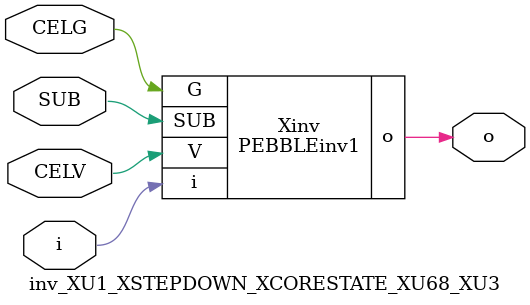
<source format=v>



module PEBBLEinv1 ( o, G, SUB, V, i );

  input V;
  input i;
  input G;
  output o;
  input SUB;
endmodule

//Celera Confidential Do Not Copy inv_XU1_XSTEPDOWN_XCORESTATE_XU68_XU3
//Celera Confidential Symbol Generator
//5V Inverter
module inv_XU1_XSTEPDOWN_XCORESTATE_XU68_XU3 (CELV,CELG,i,o,SUB);
input CELV;
input CELG;
input i;
input SUB;
output o;

//Celera Confidential Do Not Copy inv
PEBBLEinv1 Xinv(
.V (CELV),
.i (i),
.o (o),
.SUB (SUB),
.G (CELG)
);
//,diesize,PEBBLEinv1

//Celera Confidential Do Not Copy Module End
//Celera Schematic Generator
endmodule

</source>
